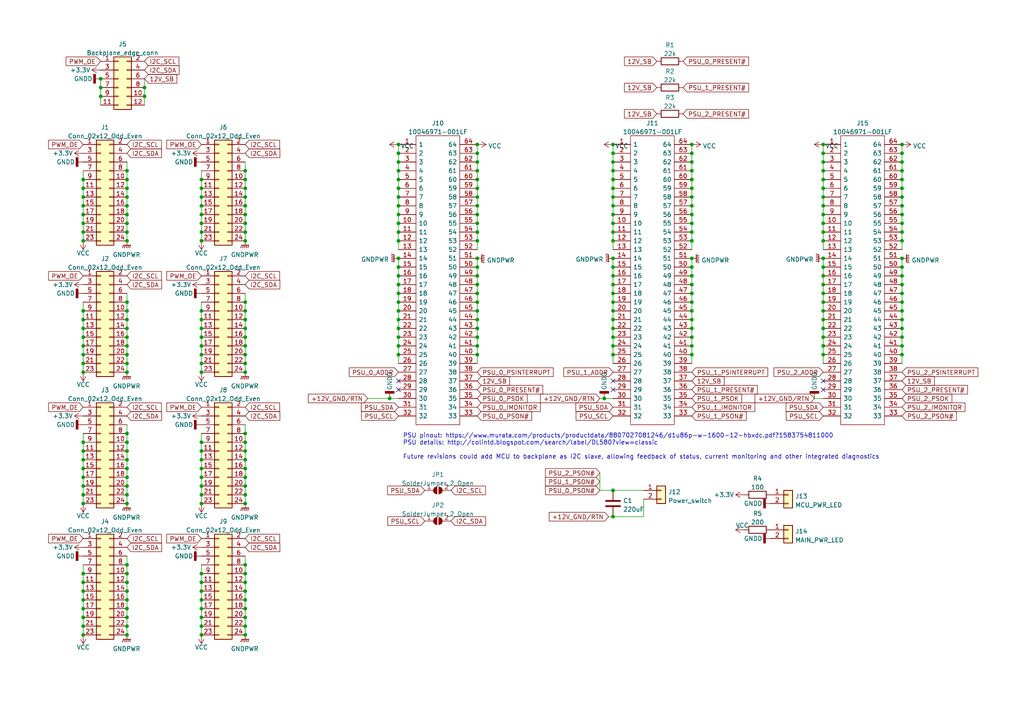
<source format=kicad_sch>
(kicad_sch (version 20211123) (generator eeschema)
  (paper "A4")
  (lib_symbols
    (symbol "Connector_Generic:Conn_01x02" (pin_names (offset 1.016) hide)
      (property "Reference" "J" (at 0 2.54 0))
      (property "Value" "Conn_01x02" (at 0 -5.08 0))
      (symbol "Conn_01x02_1_1"
        (pin passive line (at -5.08 0 0) (length 3.81) (name "Pin_1") (number "1"))
        (pin passive line (at -5.08 -2.54 0) (length 3.81) (name "Pin_2") (number "2"))
      )
    )
    (symbol "Connector_Generic:Conn_02x06_Odd_Even" (pin_names (offset 1.016) hide)
      (property "Reference" "J" (at 1.27 7.62 0))
      (property "Value" "Conn_02x06_Odd_Even" (at 1.27 -10.16 0))
      (symbol "Conn_02x06_Odd_Even_1_1"
        (pin passive line (at -5.08 5.08 0) (length 3.81) (name "Pin_1") (number "1"))
        (pin passive line (at 7.62 -5.08 180) (length 3.81) (name "Pin_10") (number "10"))
        (pin passive line (at -5.08 -7.62 0) (length 3.81) (name "Pin_11") (number "11"))
        (pin passive line (at 7.62 -7.62 180) (length 3.81) (name "Pin_12") (number "12"))
        (pin passive line (at 7.62 5.08 180) (length 3.81) (name "Pin_2") (number "2"))
        (pin passive line (at -5.08 2.54 0) (length 3.81) (name "Pin_3") (number "3"))
        (pin passive line (at 7.62 2.54 180) (length 3.81) (name "Pin_4") (number "4"))
        (pin passive line (at -5.08 0 0) (length 3.81) (name "Pin_5") (number "5"))
        (pin passive line (at 7.62 0 180) (length 3.81) (name "Pin_6") (number "6"))
        (pin passive line (at -5.08 -2.54 0) (length 3.81) (name "Pin_7") (number "7"))
        (pin passive line (at 7.62 -2.54 180) (length 3.81) (name "Pin_8") (number "8"))
        (pin passive line (at -5.08 -5.08 0) (length 3.81) (name "Pin_9") (number "9"))
      )
    )
    (symbol "Connector_Generic:Conn_02x12_Odd_Even" (pin_names (offset 1.016) hide)
      (property "Reference" "J" (at 1.27 15.24 0))
      (property "Value" "Conn_02x12_Odd_Even" (at 1.27 -17.78 0))
      (symbol "Conn_02x12_Odd_Even_1_1"
        (pin passive line (at -5.08 12.7 0) (length 3.81) (name "Pin_1") (number "1"))
        (pin passive line (at 7.62 2.54 180) (length 3.81) (name "Pin_10") (number "10"))
        (pin passive line (at -5.08 0 0) (length 3.81) (name "Pin_11") (number "11"))
        (pin passive line (at 7.62 0 180) (length 3.81) (name "Pin_12") (number "12"))
        (pin passive line (at -5.08 -2.54 0) (length 3.81) (name "Pin_13") (number "13"))
        (pin passive line (at 7.62 -2.54 180) (length 3.81) (name "Pin_14") (number "14"))
        (pin passive line (at -5.08 -5.08 0) (length 3.81) (name "Pin_15") (number "15"))
        (pin passive line (at 7.62 -5.08 180) (length 3.81) (name "Pin_16") (number "16"))
        (pin passive line (at -5.08 -7.62 0) (length 3.81) (name "Pin_17") (number "17"))
        (pin passive line (at 7.62 -7.62 180) (length 3.81) (name "Pin_18") (number "18"))
        (pin passive line (at -5.08 -10.16 0) (length 3.81) (name "Pin_19") (number "19"))
        (pin passive line (at 7.62 12.7 180) (length 3.81) (name "Pin_2") (number "2"))
        (pin passive line (at 7.62 -10.16 180) (length 3.81) (name "Pin_20") (number "20"))
        (pin passive line (at -5.08 -12.7 0) (length 3.81) (name "Pin_21") (number "21"))
        (pin passive line (at 7.62 -12.7 180) (length 3.81) (name "Pin_22") (number "22"))
        (pin passive line (at -5.08 -15.24 0) (length 3.81) (name "Pin_23") (number "23"))
        (pin passive line (at 7.62 -15.24 180) (length 3.81) (name "Pin_24") (number "24"))
        (pin passive line (at -5.08 10.16 0) (length 3.81) (name "Pin_3") (number "3"))
        (pin passive line (at 7.62 10.16 180) (length 3.81) (name "Pin_4") (number "4"))
        (pin passive line (at -5.08 7.62 0) (length 3.81) (name "Pin_5") (number "5"))
        (pin passive line (at 7.62 7.62 180) (length 3.81) (name "Pin_6") (number "6"))
        (pin passive line (at -5.08 5.08 0) (length 3.81) (name "Pin_7") (number "7"))
        (pin passive line (at 7.62 5.08 180) (length 3.81) (name "Pin_8") (number "8"))
        (pin passive line (at -5.08 2.54 0) (length 3.81) (name "Pin_9") (number "9"))
      )
    )
    (symbol "Device:C" (pin_numbers hide) (pin_names (offset 0.254))
      (property "Reference" "C" (at 0.635 2.54 0))
      (property "Value" "C" (at 0.635 -2.54 0))
      (symbol "C_1_1"
        (pin passive line (at 0 3.81 270) (length 2.794) (name "~") (number "1"))
        (pin passive line (at 0 -3.81 90) (length 2.794) (name "~") (number "2"))
      )
    )
    (symbol "Device:R" (pin_numbers hide) (pin_names (offset 0))
      (property "Reference" "R" (at 2.032 0 90))
      (property "Value" "R" (at 0 0 90))
      (symbol "R_1_1"
        (pin passive line (at 0 3.81 270) (length 1.27) (name "~") (number "1"))
        (pin passive line (at 0 -3.81 90) (length 1.27) (name "~") (number "2"))
      )
    )
    (symbol "Jumper:SolderJumper_2_Open" (pin_names (offset 0) hide)
      (property "Reference" "JP" (at 0 2.032 0))
      (property "Value" "SolderJumper_2_Open" (at 0 -2.54 0))
      (symbol "SolderJumper_2_Open_1_1"
        (pin passive line (at -3.81 0 0) (length 2.54) (name "A") (number "1"))
        (pin passive line (at 3.81 0 180) (length 2.54) (name "B") (number "2"))
      )
    )
    (symbol "SamacSys_Parts:10046971-001LF" (pin_names (offset 0.762))
      (property "Reference" "J" (at 19.05 7.62 0))
      (property "Value" "10046971-001LF" (at 19.05 5.08 0))
      (symbol "10046971-001LF_0_0"
        (pin passive line (at 0 0 0) (length 5.08) (name "1") (number "1"))
        (pin passive line (at 0 -22.86 0) (length 5.08) (name "10") (number "10"))
        (pin passive line (at 0 -25.4 0) (length 5.08) (name "11") (number "11"))
        (pin passive line (at 0 -27.94 0) (length 5.08) (name "12") (number "12"))
        (pin passive line (at 0 -30.48 0) (length 5.08) (name "13") (number "13"))
        (pin passive line (at 0 -33.02 0) (length 5.08) (name "14") (number "14"))
        (pin passive line (at 0 -35.56 0) (length 5.08) (name "15") (number "15"))
        (pin passive line (at 0 -38.1 0) (length 5.08) (name "16") (number "16"))
        (pin passive line (at 0 -40.64 0) (length 5.08) (name "17") (number "17"))
        (pin passive line (at 0 -43.18 0) (length 5.08) (name "18") (number "18"))
        (pin passive line (at 0 -45.72 0) (length 5.08) (name "19") (number "19"))
        (pin passive line (at 0 -2.54 0) (length 5.08) (name "2") (number "2"))
        (pin passive line (at 0 -48.26 0) (length 5.08) (name "20") (number "20"))
        (pin passive line (at 0 -50.8 0) (length 5.08) (name "21") (number "21"))
        (pin passive line (at 0 -53.34 0) (length 5.08) (name "22") (number "22"))
        (pin passive line (at 0 -55.88 0) (length 5.08) (name "23") (number "23"))
        (pin passive line (at 0 -58.42 0) (length 5.08) (name "24") (number "24"))
        (pin passive line (at 0 -60.96 0) (length 5.08) (name "25") (number "25"))
        (pin passive line (at 0 -63.5 0) (length 5.08) (name "26") (number "26"))
        (pin passive line (at 0 -66.04 0) (length 5.08) (name "27") (number "27"))
        (pin passive line (at 0 -68.58 0) (length 5.08) (name "28") (number "28"))
        (pin passive line (at 0 -71.12 0) (length 5.08) (name "29") (number "29"))
        (pin passive line (at 0 -5.08 0) (length 5.08) (name "3") (number "3"))
        (pin passive line (at 0 -73.66 0) (length 5.08) (name "30") (number "30"))
        (pin passive line (at 0 -76.2 0) (length 5.08) (name "31") (number "31"))
        (pin passive line (at 0 -78.74 0) (length 5.08) (name "32") (number "32"))
        (pin passive line (at 22.86 -78.74 180) (length 5.08) (name "33") (number "33"))
        (pin passive line (at 22.86 -76.2 180) (length 5.08) (name "34") (number "34"))
        (pin passive line (at 22.86 -73.66 180) (length 5.08) (name "35") (number "35"))
        (pin passive line (at 22.86 -71.12 180) (length 5.08) (name "36") (number "36"))
        (pin passive line (at 22.86 -68.58 180) (length 5.08) (name "37") (number "37"))
        (pin passive line (at 22.86 -66.04 180) (length 5.08) (name "38") (number "38"))
        (pin passive line (at 22.86 -63.5 180) (length 5.08) (name "39") (number "39"))
        (pin passive line (at 0 -7.62 0) (length 5.08) (name "4") (number "4"))
        (pin passive line (at 22.86 -60.96 180) (length 5.08) (name "40") (number "40"))
        (pin passive line (at 22.86 -58.42 180) (length 5.08) (name "41") (number "41"))
        (pin passive line (at 22.86 -55.88 180) (length 5.08) (name "42") (number "42"))
        (pin passive line (at 22.86 -53.34 180) (length 5.08) (name "43") (number "43"))
        (pin passive line (at 22.86 -50.8 180) (length 5.08) (name "44") (number "44"))
        (pin passive line (at 22.86 -48.26 180) (length 5.08) (name "45") (number "45"))
        (pin passive line (at 22.86 -45.72 180) (length 5.08) (name "46") (number "46"))
        (pin passive line (at 22.86 -43.18 180) (length 5.08) (name "47") (number "47"))
        (pin passive line (at 22.86 -40.64 180) (length 5.08) (name "48") (number "48"))
        (pin passive line (at 22.86 -38.1 180) (length 5.08) (name "49") (number "49"))
        (pin passive line (at 0 -10.16 0) (length 5.08) (name "5") (number "5"))
        (pin passive line (at 22.86 -35.56 180) (length 5.08) (name "50") (number "50"))
        (pin passive line (at 22.86 -33.02 180) (length 5.08) (name "51") (number "51"))
        (pin passive line (at 22.86 -30.48 180) (length 5.08) (name "52") (number "52"))
        (pin passive line (at 22.86 -27.94 180) (length 5.08) (name "53") (number "53"))
        (pin passive line (at 22.86 -25.4 180) (length 5.08) (name "54") (number "54"))
        (pin passive line (at 22.86 -22.86 180) (length 5.08) (name "55") (number "55"))
        (pin passive line (at 22.86 -20.32 180) (length 5.08) (name "56") (number "56"))
        (pin passive line (at 22.86 -17.78 180) (length 5.08) (name "57") (number "57"))
        (pin passive line (at 22.86 -15.24 180) (length 5.08) (name "58") (number "58"))
        (pin passive line (at 22.86 -12.7 180) (length 5.08) (name "59") (number "59"))
        (pin passive line (at 0 -12.7 0) (length 5.08) (name "6") (number "6"))
        (pin passive line (at 22.86 -10.16 180) (length 5.08) (name "60") (number "60"))
        (pin passive line (at 22.86 -7.62 180) (length 5.08) (name "61") (number "61"))
        (pin passive line (at 22.86 -5.08 180) (length 5.08) (name "62") (number "62"))
        (pin passive line (at 22.86 -2.54 180) (length 5.08) (name "63") (number "63"))
        (pin passive line (at 22.86 0 180) (length 5.08) (name "64") (number "64"))
        (pin passive line (at 0 -15.24 0) (length 5.08) (name "7") (number "7"))
        (pin passive line (at 0 -17.78 0) (length 5.08) (name "8") (number "8"))
        (pin passive line (at 0 -20.32 0) (length 5.08) (name "9") (number "9"))
      )
    )
    (symbol "power:+3.3V" (power) (pin_names (offset 0))
      (property "Value" "+3.3V" (at 0 3.556 0))
      (symbol "+3.3V_1_1"
        (pin power_in line (at 0 0 90) (length 0) hide (name "+3.3V") (number "1"))
      )
    )
    (symbol "power:GNDD" (power) (pin_names (offset 0))
      (property "Value" "GNDD" (at 0 -3.175 0))
      (symbol "GNDD_1_1"
        (pin power_in line (at 0 0 270) (length 0) hide (name "GNDD") (number "1"))
      )
    )
    (symbol "power:GNDPWR" (power) (pin_names (offset 0))
      (property "Value" "GNDPWR" (at 0 -3.302 0))
      (symbol "GNDPWR_1_1"
        (pin power_in line (at 0 0 270) (length 0) hide (name "GNDPWR") (number "1"))
      )
    )
    (symbol "power:VCC" (power) (pin_names (offset 0))
      (property "Value" "VCC" (at 0 3.81 0))
      (symbol "VCC_1_1"
        (pin power_in line (at 0 0 90) (length 0) hide (name "VCC") (number "1"))
      )
    )
  )
  (junction (at 261.62 74.93))
  (junction (at 36.83 163.83))
  (junction (at 24.13 62.23))
  (junction (at 238.76 80.01))
  (junction (at 261.62 102.87))
  (junction (at 24.13 67.31))
  (junction (at 138.43 52.07))
  (junction (at 58.42 59.69))
  (junction (at 24.13 59.69))
  (junction (at 24.13 140.97))
  (junction (at 24.13 135.89))
  (junction (at 58.42 128.27))
  (junction (at 71.12 125.73))
  (junction (at 58.42 107.95))
  (junction (at 58.42 173.99))
  (junction (at 177.8 95.25))
  (junction (at 58.42 100.33))
  (junction (at 138.43 100.33))
  (junction (at 58.42 90.17))
  (junction (at 71.12 69.85))
  (junction (at 238.76 64.77))
  (junction (at 261.62 54.61))
  (junction (at 138.43 82.55))
  (junction (at 261.62 90.17))
  (junction (at 177.8 52.07))
  (junction (at 36.83 57.15))
  (junction (at 200.66 52.07))
  (junction (at 58.42 67.31))
  (junction (at 238.76 49.53))
  (junction (at 138.43 92.71))
  (junction (at 138.43 90.17))
  (junction (at 36.83 128.27))
  (junction (at 58.42 143.51))
  (junction (at 29.21 27.94))
  (junction (at 115.57 52.07))
  (junction (at 36.83 184.15))
  (junction (at 200.66 92.71))
  (junction (at 36.83 87.63))
  (junction (at 261.62 41.91))
  (junction (at 238.76 74.93))
  (junction (at 177.8 49.53))
  (junction (at 115.57 49.53))
  (junction (at 24.13 90.17))
  (junction (at 115.57 62.23))
  (junction (at 36.83 107.95))
  (junction (at 24.13 107.95))
  (junction (at 58.42 102.87))
  (junction (at 238.76 41.91))
  (junction (at 177.8 102.87))
  (junction (at 238.76 97.79))
  (junction (at 71.12 140.97))
  (junction (at 71.12 166.37))
  (junction (at 200.66 100.33))
  (junction (at 238.76 69.85))
  (junction (at 71.12 57.15))
  (junction (at 58.42 95.25))
  (junction (at 261.62 44.45))
  (junction (at 200.66 97.79))
  (junction (at 36.83 100.33))
  (junction (at 177.8 90.17))
  (junction (at 71.12 133.35))
  (junction (at 24.13 69.85))
  (junction (at 238.76 102.87))
  (junction (at 261.62 92.71))
  (junction (at 24.13 128.27))
  (junction (at 261.62 69.85))
  (junction (at 58.42 140.97))
  (junction (at 238.76 95.25))
  (junction (at 24.13 54.61))
  (junction (at 71.12 135.89))
  (junction (at 115.57 74.93))
  (junction (at 238.76 100.33))
  (junction (at 71.12 97.79))
  (junction (at 71.12 179.07))
  (junction (at 36.83 64.77))
  (junction (at 24.13 171.45))
  (junction (at 71.12 171.45))
  (junction (at 71.12 90.17))
  (junction (at 71.12 67.31))
  (junction (at 200.66 49.53))
  (junction (at 24.13 166.37))
  (junction (at 36.83 69.85))
  (junction (at 71.12 181.61))
  (junction (at 36.83 90.17))
  (junction (at 138.43 74.93))
  (junction (at 138.43 59.69))
  (junction (at 71.12 59.69))
  (junction (at 24.13 133.35))
  (junction (at 71.12 52.07))
  (junction (at 200.66 59.69))
  (junction (at 71.12 62.23))
  (junction (at 24.13 138.43))
  (junction (at 58.42 97.79))
  (junction (at 71.12 184.15))
  (junction (at 238.76 54.61))
  (junction (at 200.66 67.31))
  (junction (at 115.57 100.33))
  (junction (at 138.43 95.25))
  (junction (at 200.66 95.25))
  (junction (at 71.12 146.05))
  (junction (at 41.91 25.4))
  (junction (at 138.43 87.63))
  (junction (at 24.13 100.33))
  (junction (at 200.66 82.55))
  (junction (at 36.83 143.51))
  (junction (at 177.8 62.23))
  (junction (at 36.83 130.81))
  (junction (at 238.76 57.15))
  (junction (at 58.42 146.05))
  (junction (at 71.12 138.43))
  (junction (at 238.76 90.17))
  (junction (at 36.83 54.61))
  (junction (at 71.12 100.33))
  (junction (at 115.57 87.63))
  (junction (at 71.12 173.99))
  (junction (at 261.62 82.55))
  (junction (at 58.42 184.15))
  (junction (at 200.66 54.61))
  (junction (at 24.13 176.53))
  (junction (at 138.43 62.23))
  (junction (at 58.42 138.43))
  (junction (at 261.62 87.63))
  (junction (at 58.42 171.45))
  (junction (at 177.8 46.99))
  (junction (at 238.76 85.09))
  (junction (at 36.83 92.71))
  (junction (at 58.42 133.35))
  (junction (at 115.57 46.99))
  (junction (at 177.8 92.71))
  (junction (at 138.43 49.53))
  (junction (at 24.13 179.07))
  (junction (at 177.8 41.91))
  (junction (at 71.12 102.87))
  (junction (at 36.83 59.69))
  (junction (at 24.13 52.07))
  (junction (at 200.66 57.15))
  (junction (at 238.76 82.55))
  (junction (at 138.43 57.15))
  (junction (at 71.12 105.41))
  (junction (at 24.13 57.15))
  (junction (at 36.83 140.97))
  (junction (at 36.83 105.41))
  (junction (at 24.13 130.81))
  (junction (at 71.12 176.53))
  (junction (at 238.76 92.71))
  (junction (at 177.8 67.31))
  (junction (at 177.8 87.63))
  (junction (at 177.8 54.61))
  (junction (at 238.76 59.69))
  (junction (at 71.12 143.51))
  (junction (at 58.42 64.77))
  (junction (at 71.12 49.53))
  (junction (at 24.13 184.15))
  (junction (at 177.8 69.85))
  (junction (at 261.62 67.31))
  (junction (at 200.66 64.77))
  (junction (at 200.66 102.87))
  (junction (at 36.83 171.45))
  (junction (at 238.76 46.99))
  (junction (at 138.43 80.01))
  (junction (at 36.83 146.05))
  (junction (at 36.83 176.53))
  (junction (at 138.43 64.77))
  (junction (at 58.42 130.81))
  (junction (at 36.83 181.61))
  (junction (at 177.8 142.24))
  (junction (at 36.83 95.25))
  (junction (at 177.8 82.55))
  (junction (at 138.43 85.09))
  (junction (at 177.8 100.33))
  (junction (at 261.62 85.09))
  (junction (at 200.66 62.23))
  (junction (at 261.62 52.07))
  (junction (at 138.43 97.79))
  (junction (at 71.12 163.83))
  (junction (at 115.57 90.17))
  (junction (at 58.42 52.07))
  (junction (at 177.8 85.09))
  (junction (at 261.62 57.15))
  (junction (at 200.66 46.99))
  (junction (at 71.12 64.77))
  (junction (at 58.42 54.61))
  (junction (at 58.42 181.61))
  (junction (at 36.83 97.79))
  (junction (at 238.76 62.23))
  (junction (at 115.57 59.69))
  (junction (at 29.21 25.4))
  (junction (at 24.13 97.79))
  (junction (at 36.83 125.73))
  (junction (at 115.57 67.31))
  (junction (at 58.42 62.23))
  (junction (at 177.8 97.79))
  (junction (at 177.8 59.69))
  (junction (at 261.62 100.33))
  (junction (at 138.43 69.85))
  (junction (at 36.83 138.43))
  (junction (at 71.12 87.63))
  (junction (at 115.57 64.77))
  (junction (at 177.8 74.93))
  (junction (at 115.57 44.45))
  (junction (at 36.83 166.37))
  (junction (at 115.57 97.79))
  (junction (at 71.12 92.71))
  (junction (at 238.76 52.07))
  (junction (at 200.66 90.17))
  (junction (at 238.76 87.63))
  (junction (at 200.66 85.09))
  (junction (at 115.57 54.61))
  (junction (at 71.12 168.91))
  (junction (at 138.43 54.61))
  (junction (at 58.42 166.37))
  (junction (at 115.57 80.01))
  (junction (at 261.62 97.79))
  (junction (at 115.57 57.15))
  (junction (at 24.13 146.05))
  (junction (at 177.8 77.47))
  (junction (at 261.62 59.69))
  (junction (at 24.13 181.61))
  (junction (at 36.83 135.89))
  (junction (at 113.03 115.57))
  (junction (at 58.42 57.15))
  (junction (at 238.76 44.45))
  (junction (at 71.12 95.25))
  (junction (at 36.83 102.87))
  (junction (at 71.12 54.61))
  (junction (at 261.62 95.25))
  (junction (at 115.57 92.71))
  (junction (at 24.13 64.77))
  (junction (at 138.43 41.91))
  (junction (at 24.13 92.71))
  (junction (at 261.62 80.01))
  (junction (at 58.42 105.41))
  (junction (at 138.43 44.45))
  (junction (at 261.62 49.53))
  (junction (at 24.13 102.87))
  (junction (at 24.13 173.99))
  (junction (at 200.66 74.93))
  (junction (at 200.66 80.01))
  (junction (at 41.91 27.94))
  (junction (at 58.42 69.85))
  (junction (at 71.12 128.27))
  (junction (at 261.62 46.99))
  (junction (at 138.43 77.47))
  (junction (at 261.62 62.23))
  (junction (at 36.83 168.91))
  (junction (at 36.83 173.99))
  (junction (at 261.62 64.77))
  (junction (at 200.66 44.45))
  (junction (at 24.13 105.41))
  (junction (at 24.13 95.25))
  (junction (at 58.42 135.89))
  (junction (at 200.66 87.63))
  (junction (at 36.83 62.23))
  (junction (at 175.26 115.57))
  (junction (at 115.57 41.91))
  (junction (at 115.57 95.25))
  (junction (at 138.43 67.31))
  (junction (at 200.66 41.91))
  (junction (at 177.8 64.77))
  (junction (at 115.57 69.85))
  (junction (at 58.42 179.07))
  (junction (at 29.21 22.86))
  (junction (at 24.13 168.91))
  (junction (at 115.57 82.55))
  (junction (at 200.66 77.47))
  (junction (at 115.57 85.09))
  (junction (at 238.76 67.31))
  (junction (at 177.8 149.86))
  (junction (at 115.57 77.47))
  (junction (at 36.83 67.31))
  (junction (at 71.12 130.81))
  (junction (at 177.8 44.45))
  (junction (at 36.83 52.07))
  (junction (at 177.8 80.01))
  (junction (at 24.13 143.51))
  (junction (at 177.8 57.15))
  (junction (at 138.43 46.99))
  (junction (at 58.42 176.53))
  (junction (at 261.62 77.47))
  (junction (at 58.42 92.71))
  (junction (at 71.12 107.95))
  (junction (at 36.83 179.07))
  (junction (at 238.76 77.47))
  (junction (at 200.66 69.85))
  (junction (at 115.57 102.87))
  (junction (at 36.83 49.53))
  (junction (at 138.43 102.87))
  (junction (at 58.42 168.91))
  (junction (at 36.83 133.35))
  (no_connect (at 238.76 110.49))
  (no_connect (at 115.57 110.49))
  (no_connect (at 115.57 113.03))
  (no_connect (at 177.8 110.49))
  (no_connect (at 238.76 113.03))
  (no_connect (at 177.8 113.03))
  (wire (pts (xy 261.62 54.61) (xy 261.62 57.15)))
  (wire (pts (xy 177.8 95.25) (xy 177.8 97.79)))
  (wire (pts (xy 36.83 138.43) (xy 36.83 140.97)))
  (wire (pts (xy 71.12 59.69) (xy 71.12 62.23)))
  (wire (pts (xy 24.13 54.61) (xy 24.13 57.15)))
  (wire (pts (xy 177.8 54.61) (xy 177.8 57.15)))
  (wire (pts (xy 173.99 137.16) (xy 173.99 142.24)))
  (wire (pts (xy 36.83 64.77) (xy 36.83 67.31)))
  (wire (pts (xy 138.43 90.17) (xy 138.43 92.71)))
  (wire (pts (xy 58.42 64.77) (xy 58.42 67.31)))
  (wire (pts (xy 115.57 82.55) (xy 115.57 85.09)))
  (wire (pts (xy 71.12 57.15) (xy 71.12 59.69)))
  (wire (pts (xy 177.8 142.24) (xy 186.69 142.24)))
  (wire (pts (xy 261.62 95.25) (xy 261.62 97.79)))
  (wire (pts (xy 29.21 25.4) (xy 29.21 27.94)))
  (wire (pts (xy 177.8 97.79) (xy 177.8 100.33)))
  (wire (pts (xy 238.76 82.55) (xy 238.76 85.09)))
  (wire (pts (xy 58.42 87.63) (xy 58.42 90.17)))
  (wire (pts (xy 58.42 90.17) (xy 58.42 92.71)))
  (wire (pts (xy 261.62 67.31) (xy 261.62 69.85)))
  (wire (pts (xy 36.83 125.73) (xy 36.83 128.27)))
  (wire (pts (xy 261.62 102.87) (xy 261.62 105.41)))
  (wire (pts (xy 261.62 44.45) (xy 261.62 46.99)))
  (wire (pts (xy 200.66 90.17) (xy 200.66 92.71)))
  (wire (pts (xy 24.13 166.37) (xy 24.13 168.91)))
  (wire (pts (xy 200.66 87.63) (xy 200.66 90.17)))
  (wire (pts (xy 58.42 179.07) (xy 58.42 181.61)))
  (wire (pts (xy 261.62 62.23) (xy 261.62 64.77)))
  (wire (pts (xy 238.76 57.15) (xy 238.76 59.69)))
  (wire (pts (xy 58.42 130.81) (xy 58.42 133.35)))
  (wire (pts (xy 36.83 102.87) (xy 36.83 105.41)))
  (wire (pts (xy 261.62 74.93) (xy 261.62 77.47)))
  (wire (pts (xy 261.62 90.17) (xy 261.62 92.71)))
  (wire (pts (xy 36.83 100.33) (xy 36.83 102.87)))
  (wire (pts (xy 106.68 115.57) (xy 113.03 115.57)))
  (wire (pts (xy 177.8 74.93) (xy 177.8 77.47)))
  (wire (pts (xy 36.83 143.51) (xy 36.83 146.05)))
  (wire (pts (xy 24.13 87.63) (xy 24.13 90.17)))
  (wire (pts (xy 261.62 87.63) (xy 261.62 90.17)))
  (wire (pts (xy 138.43 41.91) (xy 138.43 44.45)))
  (wire (pts (xy 71.12 67.31) (xy 71.12 69.85)))
  (wire (pts (xy 36.83 97.79) (xy 36.83 100.33)))
  (wire (pts (xy 138.43 44.45) (xy 138.43 46.99)))
  (wire (pts (xy 200.66 54.61) (xy 200.66 57.15)))
  (wire (pts (xy 238.76 52.07) (xy 238.76 54.61)))
  (wire (pts (xy 24.13 163.83) (xy 24.13 166.37)))
  (wire (pts (xy 177.8 149.86) (xy 176.53 149.86)))
  (wire (pts (xy 261.62 85.09) (xy 261.62 87.63)))
  (wire (pts (xy 138.43 46.99) (xy 138.43 49.53)))
  (wire (pts (xy 238.76 59.69) (xy 238.76 62.23)))
  (wire (pts (xy 200.66 77.47) (xy 200.66 80.01)))
  (wire (pts (xy 173.99 115.57) (xy 175.26 115.57)))
  (wire (pts (xy 71.12 143.51) (xy 71.12 146.05)))
  (wire (pts (xy 115.57 100.33) (xy 115.57 102.87)))
  (wire (pts (xy 177.8 90.17) (xy 177.8 92.71)))
  (wire (pts (xy 36.83 135.89) (xy 36.83 138.43)))
  (wire (pts (xy 41.91 25.4) (xy 41.91 27.94)))
  (wire (pts (xy 200.66 64.77) (xy 200.66 67.31)))
  (wire (pts (xy 261.62 59.69) (xy 261.62 62.23)))
  (wire (pts (xy 115.57 74.93) (xy 115.57 77.47)))
  (wire (pts (xy 36.83 176.53) (xy 36.83 179.07)))
  (wire (pts (xy 177.8 87.63) (xy 177.8 90.17)))
  (wire (pts (xy 58.42 59.69) (xy 58.42 62.23)))
  (wire (pts (xy 200.66 46.99) (xy 200.66 49.53)))
  (wire (pts (xy 200.66 92.71) (xy 200.66 95.25)))
  (wire (pts (xy 238.76 87.63) (xy 238.76 90.17)))
  (wire (pts (xy 238.76 46.99) (xy 238.76 49.53)))
  (wire (pts (xy 177.8 77.47) (xy 177.8 80.01)))
  (wire (pts (xy 36.83 85.09) (xy 36.83 87.63)))
  (wire (pts (xy 36.83 161.29) (xy 36.83 163.83)))
  (wire (pts (xy 71.12 85.09) (xy 71.12 87.63)))
  (wire (pts (xy 24.13 59.69) (xy 24.13 62.23)))
  (wire (pts (xy 115.57 46.99) (xy 115.57 49.53)))
  (wire (pts (xy 261.62 57.15) (xy 261.62 59.69)))
  (wire (pts (xy 200.66 102.87) (xy 200.66 105.41)))
  (wire (pts (xy 58.42 140.97) (xy 58.42 143.51)))
  (wire (pts (xy 41.91 27.94) (xy 41.91 30.48)))
  (wire (pts (xy 238.76 90.17) (xy 238.76 92.71)))
  (wire (pts (xy 177.8 64.77) (xy 177.8 67.31)))
  (wire (pts (xy 71.12 166.37) (xy 71.12 168.91)))
  (wire (pts (xy 138.43 69.85) (xy 138.43 72.39)))
  (wire (pts (xy 138.43 54.61) (xy 138.43 57.15)))
  (wire (pts (xy 58.42 67.31) (xy 58.42 69.85)))
  (wire (pts (xy 58.42 138.43) (xy 58.42 140.97)))
  (wire (pts (xy 24.13 140.97) (xy 24.13 143.51)))
  (wire (pts (xy 238.76 54.61) (xy 238.76 57.15)))
  (wire (pts (xy 24.13 130.81) (xy 24.13 133.35)))
  (wire (pts (xy 177.8 62.23) (xy 177.8 64.77)))
  (wire (pts (xy 115.57 64.77) (xy 115.57 67.31)))
  (wire (pts (xy 238.76 97.79) (xy 238.76 100.33)))
  (wire (pts (xy 36.83 130.81) (xy 36.83 133.35)))
  (wire (pts (xy 261.62 82.55) (xy 261.62 85.09)))
  (wire (pts (xy 58.42 128.27) (xy 58.42 130.81)))
  (wire (pts (xy 71.12 92.71) (xy 71.12 95.25)))
  (wire (pts (xy 200.66 41.91) (xy 200.66 44.45)))
  (wire (pts (xy 24.13 105.41) (xy 24.13 107.95)))
  (wire (pts (xy 58.42 62.23) (xy 58.42 64.77)))
  (wire (pts (xy 261.62 69.85) (xy 261.62 72.39)))
  (wire (pts (xy 177.8 46.99) (xy 177.8 49.53)))
  (wire (pts (xy 24.13 62.23) (xy 24.13 64.77)))
  (wire (pts (xy 71.12 179.07) (xy 71.12 181.61)))
  (wire (pts (xy 138.43 64.77) (xy 138.43 67.31)))
  (wire (pts (xy 36.83 128.27) (xy 36.83 130.81)))
  (wire (pts (xy 71.12 161.29) (xy 71.12 163.83)))
  (wire (pts (xy 71.12 52.07) (xy 71.12 54.61)))
  (wire (pts (xy 71.12 123.19) (xy 71.12 125.73)))
  (wire (pts (xy 71.12 102.87) (xy 71.12 105.41)))
  (wire (pts (xy 58.42 92.71) (xy 58.42 95.25)))
  (wire (pts (xy 36.83 133.35) (xy 36.83 135.89)))
  (wire (pts (xy 58.42 105.41) (xy 58.42 107.95)))
  (wire (pts (xy 71.12 171.45) (xy 71.12 173.99)))
  (wire (pts (xy 177.8 100.33) (xy 177.8 102.87)))
  (wire (pts (xy 36.83 166.37) (xy 36.83 168.91)))
  (wire (pts (xy 115.57 102.87) (xy 115.57 105.41)))
  (wire (pts (xy 138.43 49.53) (xy 138.43 52.07)))
  (wire (pts (xy 58.42 133.35) (xy 58.42 135.89)))
  (wire (pts (xy 261.62 64.77) (xy 261.62 67.31)))
  (wire (pts (xy 138.43 80.01) (xy 138.43 82.55)))
  (wire (pts (xy 177.8 59.69) (xy 177.8 62.23)))
  (wire (pts (xy 58.42 181.61) (xy 58.42 184.15)))
  (wire (pts (xy 115.57 67.31) (xy 115.57 69.85)))
  (wire (pts (xy 24.13 173.99) (xy 24.13 176.53)))
  (wire (pts (xy 115.57 41.91) (xy 115.57 44.45)))
  (wire (pts (xy 200.66 80.01) (xy 200.66 82.55)))
  (wire (pts (xy 238.76 62.23) (xy 238.76 64.77)))
  (wire (pts (xy 238.76 64.77) (xy 238.76 67.31)))
  (wire (pts (xy 71.12 90.17) (xy 71.12 92.71)))
  (wire (pts (xy 177.8 85.09) (xy 177.8 87.63)))
  (wire (pts (xy 58.42 125.73) (xy 58.42 128.27)))
  (wire (pts (xy 115.57 90.17) (xy 115.57 92.71)))
  (wire (pts (xy 261.62 46.99) (xy 261.62 49.53)))
  (wire (pts (xy 177.8 80.01) (xy 177.8 82.55)))
  (wire (pts (xy 24.13 92.71) (xy 24.13 95.25)))
  (wire (pts (xy 138.43 77.47) (xy 138.43 80.01)))
  (wire (pts (xy 138.43 59.69) (xy 138.43 62.23)))
  (wire (pts (xy 115.57 57.15) (xy 115.57 59.69)))
  (wire (pts (xy 200.66 67.31) (xy 200.66 69.85)))
  (wire (pts (xy 71.12 168.91) (xy 71.12 171.45)))
  (wire (pts (xy 261.62 41.91) (xy 261.62 44.45)))
  (wire (pts (xy 24.13 179.07) (xy 24.13 181.61)))
  (wire (pts (xy 200.66 62.23) (xy 200.66 64.77)))
  (wire (pts (xy 200.66 85.09) (xy 200.66 87.63)))
  (wire (pts (xy 115.57 95.25) (xy 115.57 97.79)))
  (wire (pts (xy 138.43 92.71) (xy 138.43 95.25)))
  (wire (pts (xy 24.13 67.31) (xy 24.13 69.85)))
  (wire (pts (xy 115.57 49.53) (xy 115.57 52.07)))
  (wire (pts (xy 115.57 87.63) (xy 115.57 90.17)))
  (wire (pts (xy 36.83 87.63) (xy 36.83 90.17)))
  (wire (pts (xy 238.76 74.93) (xy 238.76 77.47)))
  (wire (pts (xy 173.99 142.24) (xy 177.8 142.24)))
  (wire (pts (xy 71.12 100.33) (xy 71.12 102.87)))
  (wire (pts (xy 115.57 85.09) (xy 115.57 87.63)))
  (wire (pts (xy 58.42 176.53) (xy 58.42 179.07)))
  (wire (pts (xy 200.66 59.69) (xy 200.66 62.23)))
  (wire (pts (xy 24.13 171.45) (xy 24.13 173.99)))
  (wire (pts (xy 58.42 143.51) (xy 58.42 146.05)))
  (wire (pts (xy 138.43 57.15) (xy 138.43 59.69)))
  (wire (pts (xy 24.13 135.89) (xy 24.13 138.43)))
  (wire (pts (xy 138.43 52.07) (xy 138.43 54.61)))
  (wire (pts (xy 177.8 57.15) (xy 177.8 59.69)))
  (wire (pts (xy 115.57 52.07) (xy 115.57 54.61)))
  (wire (pts (xy 24.13 90.17) (xy 24.13 92.71)))
  (wire (pts (xy 36.83 123.19) (xy 36.83 125.73)))
  (wire (pts (xy 36.83 168.91) (xy 36.83 171.45)))
  (wire (pts (xy 36.83 171.45) (xy 36.83 173.99)))
  (wire (pts (xy 24.13 52.07) (xy 24.13 54.61)))
  (wire (pts (xy 261.62 100.33) (xy 261.62 102.87)))
  (wire (pts (xy 115.57 80.01) (xy 115.57 82.55)))
  (wire (pts (xy 58.42 49.53) (xy 58.42 52.07)))
  (wire (pts (xy 71.12 62.23) (xy 71.12 64.77)))
  (wire (pts (xy 29.21 22.86) (xy 29.21 25.4)))
  (wire (pts (xy 58.42 54.61) (xy 58.42 57.15)))
  (wire (pts (xy 71.12 163.83) (xy 71.12 166.37)))
  (wire (pts (xy 200.66 49.53) (xy 200.66 52.07)))
  (wire (pts (xy 115.57 59.69) (xy 115.57 62.23)))
  (wire (pts (xy 24.13 57.15) (xy 24.13 59.69)))
  (wire (pts (xy 58.42 52.07) (xy 58.42 54.61)))
  (wire (pts (xy 71.12 138.43) (xy 71.12 140.97)))
  (wire (pts (xy 58.42 171.45) (xy 58.42 173.99)))
  (wire (pts (xy 138.43 82.55) (xy 138.43 85.09)))
  (wire (pts (xy 138.43 97.79) (xy 138.43 100.33)))
  (wire (pts (xy 24.13 143.51) (xy 24.13 146.05)))
  (wire (pts (xy 29.21 27.94) (xy 29.21 30.48)))
  (wire (pts (xy 71.12 49.53) (xy 71.12 52.07)))
  (wire (pts (xy 186.69 144.78) (xy 186.69 149.86)))
  (wire (pts (xy 36.83 49.53) (xy 36.83 52.07)))
  (wire (pts (xy 238.76 85.09) (xy 238.76 87.63)))
  (wire (pts (xy 261.62 52.07) (xy 261.62 54.61)))
  (wire (pts (xy 24.13 125.73) (xy 24.13 128.27)))
  (wire (pts (xy 200.66 82.55) (xy 200.66 85.09)))
  (wire (pts (xy 36.83 57.15) (xy 36.83 59.69)))
  (wire (pts (xy 58.42 102.87) (xy 58.42 105.41)))
  (wire (pts (xy 261.62 97.79) (xy 261.62 100.33)))
  (wire (pts (xy 138.43 95.25) (xy 138.43 97.79)))
  (wire (pts (xy 238.76 92.71) (xy 238.76 95.25)))
  (wire (pts (xy 238.76 44.45) (xy 238.76 46.99)))
  (wire (pts (xy 200.66 44.45) (xy 200.66 46.99)))
  (wire (pts (xy 24.13 64.77) (xy 24.13 67.31)))
  (wire (pts (xy 236.22 115.57) (xy 238.76 115.57)))
  (wire (pts (xy 36.83 46.99) (xy 36.83 49.53)))
  (wire (pts (xy 24.13 181.61) (xy 24.13 184.15)))
  (wire (pts (xy 138.43 85.09) (xy 138.43 87.63)))
  (wire (pts (xy 261.62 77.47) (xy 261.62 80.01)))
  (wire (pts (xy 58.42 95.25) (xy 58.42 97.79)))
  (wire (pts (xy 58.42 97.79) (xy 58.42 100.33)))
  (wire (pts (xy 58.42 163.83) (xy 58.42 166.37)))
  (wire (pts (xy 36.83 52.07) (xy 36.83 54.61)))
  (wire (pts (xy 71.12 181.61) (xy 71.12 184.15)))
  (wire (pts (xy 71.12 105.41) (xy 71.12 107.95)))
  (wire (pts (xy 115.57 54.61) (xy 115.57 57.15)))
  (wire (pts (xy 261.62 92.71) (xy 261.62 95.25)))
  (wire (pts (xy 36.83 62.23) (xy 36.83 64.77)))
  (wire (pts (xy 138.43 87.63) (xy 138.43 90.17)))
  (wire (pts (xy 36.83 179.07) (xy 36.83 181.61)))
  (wire (pts (xy 36.83 90.17) (xy 36.83 92.71)))
  (wire (pts (xy 71.12 97.79) (xy 71.12 100.33)))
  (wire (pts (xy 58.42 166.37) (xy 58.42 168.91)))
  (wire (pts (xy 24.13 176.53) (xy 24.13 179.07)))
  (wire (pts (xy 113.03 115.57) (xy 115.57 115.57)))
  (wire (pts (xy 238.76 100.33) (xy 238.76 102.87)))
  (wire (pts (xy 238.76 80.01) (xy 238.76 82.55)))
  (wire (pts (xy 58.42 173.99) (xy 58.42 176.53)))
  (wire (pts (xy 261.62 49.53) (xy 261.62 52.07)))
  (wire (pts (xy 71.12 140.97) (xy 71.12 143.51)))
  (wire (pts (xy 24.13 133.35) (xy 24.13 135.89)))
  (wire (pts (xy 138.43 100.33) (xy 138.43 102.87)))
  (wire (pts (xy 24.13 100.33) (xy 24.13 102.87)))
  (wire (pts (xy 177.8 52.07) (xy 177.8 54.61)))
  (wire (pts (xy 71.12 95.25) (xy 71.12 97.79)))
  (wire (pts (xy 36.83 163.83) (xy 36.83 166.37)))
  (wire (pts (xy 238.76 41.91) (xy 238.76 44.45)))
  (wire (pts (xy 177.8 69.85) (xy 177.8 72.39)))
  (wire (pts (xy 115.57 62.23) (xy 115.57 64.77)))
  (wire (pts (xy 175.26 115.57) (xy 177.8 115.57)))
  (wire (pts (xy 177.8 41.91) (xy 177.8 44.45)))
  (wire (pts (xy 36.83 59.69) (xy 36.83 62.23)))
  (wire (pts (xy 71.12 87.63) (xy 71.12 90.17)))
  (wire (pts (xy 58.42 168.91) (xy 58.42 171.45)))
  (wire (pts (xy 36.83 92.71) (xy 36.83 95.25)))
  (wire (pts (xy 36.83 95.25) (xy 36.83 97.79)))
  (wire (pts (xy 36.83 181.61) (xy 36.83 184.15)))
  (wire (pts (xy 238.76 69.85) (xy 238.76 72.39)))
  (wire (pts (xy 138.43 102.87) (xy 138.43 105.41)))
  (wire (pts (xy 177.8 92.71) (xy 177.8 95.25)))
  (wire (pts (xy 200.66 57.15) (xy 200.66 59.69)))
  (wire (pts (xy 71.12 125.73) (xy 71.12 128.27)))
  (wire (pts (xy 177.8 44.45) (xy 177.8 46.99)))
  (wire (pts (xy 177.8 49.53) (xy 177.8 52.07)))
  (wire (pts (xy 36.83 54.61) (xy 36.83 57.15)))
  (wire (pts (xy 238.76 77.47) (xy 238.76 80.01)))
  (wire (pts (xy 200.66 69.85) (xy 200.66 72.39)))
  (wire (pts (xy 115.57 69.85) (xy 115.57 72.39)))
  (wire (pts (xy 138.43 74.93) (xy 138.43 77.47)))
  (wire (pts (xy 71.12 128.27) (xy 71.12 130.81)))
  (wire (pts (xy 177.8 149.86) (xy 186.69 149.86)))
  (wire (pts (xy 200.66 95.25) (xy 200.66 97.79)))
  (wire (pts (xy 200.66 97.79) (xy 200.66 100.33)))
  (wire (pts (xy 71.12 173.99) (xy 71.12 176.53)))
  (wire (pts (xy 58.42 135.89) (xy 58.42 138.43)))
  (wire (pts (xy 36.83 67.31) (xy 36.83 69.85)))
  (wire (pts (xy 71.12 64.77) (xy 71.12 67.31)))
  (wire (pts (xy 58.42 100.33) (xy 58.42 102.87)))
  (wire (pts (xy 138.43 67.31) (xy 138.43 69.85)))
  (wire (pts (xy 238.76 95.25) (xy 238.76 97.79)))
  (wire (pts (xy 24.13 102.87) (xy 24.13 105.41)))
  (wire (pts (xy 238.76 67.31) (xy 238.76 69.85)))
  (wire (pts (xy 238.76 102.87) (xy 238.76 105.41)))
  (wire (pts (xy 24.13 97.79) (xy 24.13 100.33)))
  (wire (pts (xy 71.12 46.99) (xy 71.12 49.53)))
  (wire (pts (xy 36.83 140.97) (xy 36.83 143.51)))
  (wire (pts (xy 138.43 62.23) (xy 138.43 64.77)))
  (wire (pts (xy 24.13 95.25) (xy 24.13 97.79)))
  (wire (pts (xy 115.57 77.47) (xy 115.57 80.01)))
  (wire (pts (xy 261.62 80.01) (xy 261.62 82.55)))
  (wire (pts (xy 71.12 130.81) (xy 71.12 133.35)))
  (wire (pts (xy 58.42 57.15) (xy 58.42 59.69)))
  (wire (pts (xy 71.12 54.61) (xy 71.12 57.15)))
  (wire (pts (xy 115.57 97.79) (xy 115.57 100.33)))
  (wire (pts (xy 24.13 128.27) (xy 24.13 130.81)))
  (wire (pts (xy 71.12 135.89) (xy 71.12 138.43)))
  (wire (pts (xy 41.91 22.86) (xy 41.91 25.4)))
  (wire (pts (xy 36.83 173.99) (xy 36.83 176.53)))
  (wire (pts (xy 115.57 92.71) (xy 115.57 95.25)))
  (wire (pts (xy 24.13 49.53) (xy 24.13 52.07)))
  (wire (pts (xy 71.12 176.53) (xy 71.12 179.07)))
  (wire (pts (xy 71.12 133.35) (xy 71.12 135.89)))
  (wire (pts (xy 115.57 44.45) (xy 115.57 46.99)))
  (wire (pts (xy 200.66 52.07) (xy 200.66 54.61)))
  (wire (pts (xy 200.66 74.93) (xy 200.66 77.47)))
  (wire (pts (xy 36.83 105.41) (xy 36.83 107.95)))
  (wire (pts (xy 24.13 168.91) (xy 24.13 171.45)))
  (wire (pts (xy 24.13 138.43) (xy 24.13 140.97)))
  (wire (pts (xy 238.76 49.53) (xy 238.76 52.07)))
  (wire (pts (xy 200.66 100.33) (xy 200.66 102.87)))
  (wire (pts (xy 177.8 102.87) (xy 177.8 105.41)))
  (wire (pts (xy 177.8 67.31) (xy 177.8 69.85)))
  (wire (pts (xy 177.8 82.55) (xy 177.8 85.09)))
  (text "PSU pinout: https://www.murata.com/products/productdata/8807027081246/d1u86p-w-1600-12-hbxdc.pdf?1583754811000\nPSU details: http://colintd.blogspot.com/search/label/DL580?view=classic\n\nFuture revisions could add MCU to backplane as I2C slave, allowing feedback of status, current monitoring and other integrated diagnostics" (at 116.84 133.35 0) (effects (font (size 1.27 1.27)) (justify left bottom)))
  (global_label "PSU_1_ADDR" (shape input) (at 177.8 107.95 180) (property "Intersheet References" "${INTERSHEET_REFS}" (effects hide)))
  (global_label "12V_SB" (shape input) (at 200.66 110.49 0) (property "Intersheet References" "${INTERSHEET_REFS}" (effects hide)))
  (global_label "PSU_2_PSINTERRUPT" (shape input) (at 261.62 107.95 0) (property "Intersheet References" "${INTERSHEET_REFS}" (effects hide)))
  (global_label "I2C_SDA" (shape input) (at 36.83 82.55 0) (property "Intersheet References" "${INTERSHEET_REFS}" (effects hide)))
  (global_label "PWM_OE" (shape input) (at 24.13 118.11 180) (property "Intersheet References" "${INTERSHEET_REFS}" (effects hide)))
  (global_label "PSU_1_PSON#" (shape input) (at 173.99 139.7 180) (property "Intersheet References" "${INTERSHEET_REFS}" (effects hide)))
  (global_label "PSU_1_PRESENT#" (shape input) (at 200.66 113.03 0) (property "Intersheet References" "${INTERSHEET_REFS}" (effects hide)))
  (global_label "I2C_SCL" (shape input) (at 36.83 118.11 0) (property "Intersheet References" "${INTERSHEET_REFS}" (effects hide)))
  (global_label "I2C_SDA" (shape input) (at 71.12 120.65 0) (property "Intersheet References" "${INTERSHEET_REFS}" (effects hide)))
  (global_label "PSU_0_PSON#" (shape input) (at 173.99 142.24 180) (property "Intersheet References" "${INTERSHEET_REFS}" (effects hide)))
  (global_label "PSU_SCL" (shape input) (at 238.76 120.65 180) (property "Intersheet References" "${INTERSHEET_REFS}" (effects hide)))
  (global_label "PSU_0_PRESENT#" (shape input) (at 138.43 113.03 0) (property "Intersheet References" "${INTERSHEET_REFS}" (effects hide)))
  (global_label "PSU_1_PSOK" (shape input) (at 200.66 115.57 0) (property "Intersheet References" "${INTERSHEET_REFS}" (effects hide)))
  (global_label "12V_SB" (shape input) (at 190.5 25.4 180) (property "Intersheet References" "${INTERSHEET_REFS}" (effects hide)))
  (global_label "PWM_OE" (shape input) (at 24.13 80.01 180) (property "Intersheet References" "${INTERSHEET_REFS}" (effects hide)))
  (global_label "PSU_0_PSINTERRUPT" (shape input) (at 138.43 107.95 0) (property "Intersheet References" "${INTERSHEET_REFS}" (effects hide)))
  (global_label "PWM_OE" (shape input) (at 58.42 80.01 180) (property "Intersheet References" "${INTERSHEET_REFS}" (effects hide)))
  (global_label "I2C_SDA" (shape input) (at 36.83 120.65 0) (property "Intersheet References" "${INTERSHEET_REFS}" (effects hide)))
  (global_label "I2C_SCL" (shape input) (at 130.81 142.24 0) (property "Intersheet References" "${INTERSHEET_REFS}" (effects hide)))
  (global_label "PSU_2_PRESENT#" (shape input) (at 261.62 113.03 0) (property "Intersheet References" "${INTERSHEET_REFS}" (effects hide)))
  (global_label "PSU_0_IMONITOR" (shape input) (at 138.43 118.11 0) (property "Intersheet References" "${INTERSHEET_REFS}" (effects hide)))
  (global_label "PSU_0_ADDR" (shape input) (at 115.57 107.95 180) (property "Intersheet References" "${INTERSHEET_REFS}" (effects hide)))
  (global_label "I2C_SCL" (shape input) (at 71.12 156.21 0) (property "Intersheet References" "${INTERSHEET_REFS}" (effects hide)))
  (global_label "I2C_SDA" (shape input) (at 71.12 82.55 0) (property "Intersheet References" "${INTERSHEET_REFS}" (effects hide)))
  (global_label "12V_SB" (shape input) (at 261.62 110.49 0) (property "Intersheet References" "${INTERSHEET_REFS}" (effects hide)))
  (global_label "PSU_1_IMONITOR" (shape input) (at 200.66 118.11 0) (property "Intersheet References" "${INTERSHEET_REFS}" (effects hide)))
  (global_label "PSU_0_PRESENT#" (shape input) (at 198.12 17.78 0) (property "Intersheet References" "${INTERSHEET_REFS}" (effects hide)))
  (global_label "PSU_SDA" (shape input) (at 177.8 118.11 180) (property "Intersheet References" "${INTERSHEET_REFS}" (effects hide)))
  (global_label "I2C_SCL" (shape input) (at 71.12 80.01 0) (property "Intersheet References" "${INTERSHEET_REFS}" (effects hide)))
  (global_label "I2C_SCL" (shape input) (at 71.12 41.91 0) (property "Intersheet References" "${INTERSHEET_REFS}" (effects hide)))
  (global_label "+12V_GND{slash}RTN" (shape input) (at 176.53 149.86 180) (property "Intersheet References" "${INTERSHEET_REFS}" (effects hide)))
  (global_label "12V_SB" (shape input) (at 190.5 33.02 180) (property "Intersheet References" "${INTERSHEET_REFS}" (effects hide)))
  (global_label "PSU_SCL" (shape input) (at 177.8 120.65 180) (property "Intersheet References" "${INTERSHEET_REFS}" (effects hide)))
  (global_label "PWM_OE" (shape input) (at 58.42 118.11 180) (property "Intersheet References" "${INTERSHEET_REFS}" (effects hide)))
  (global_label "12V_SB" (shape input) (at 41.91 22.86 0) (property "Intersheet References" "${INTERSHEET_REFS}" (effects hide)))
  (global_label "I2C_SCL" (shape input) (at 36.83 80.01 0) (property "Intersheet References" "${INTERSHEET_REFS}" (effects hide)))
  (global_label "+12V_GND{slash}RTN" (shape input) (at 173.99 115.57 180) (property "Intersheet References" "${INTERSHEET_REFS}" (effects hide)))
  (global_label "PSU_SCL" (shape input) (at 123.19 151.13 180) (property "Intersheet References" "${INTERSHEET_REFS}" (effects hide)))
  (global_label "I2C_SCL" (shape input) (at 41.91 17.78 0) (property "Intersheet References" "${INTERSHEET_REFS}" (effects hide)))
  (global_label "I2C_SDA" (shape input) (at 71.12 44.45 0) (property "Intersheet References" "${INTERSHEET_REFS}" (effects hide)))
  (global_label "12V_SB" (shape input) (at 190.5 17.78 180) (property "Intersheet References" "${INTERSHEET_REFS}" (effects hide)))
  (global_label "I2C_SCL" (shape input) (at 36.83 156.21 0) (property "Intersheet References" "${INTERSHEET_REFS}" (effects hide)))
  (global_label "+12V_GND{slash}RTN" (shape input) (at 236.22 115.57 180) (property "Intersheet References" "${INTERSHEET_REFS}" (effects hide)))
  (global_label "PSU_2_IMONITOR" (shape input) (at 261.62 118.11 0) (property "Intersheet References" "${INTERSHEET_REFS}" (effects hide)))
  (global_label "12V_SB" (shape input) (at 138.43 110.49 0) (property "Intersheet References" "${INTERSHEET_REFS}" (effects hide)))
  (global_label "PSU_0_PSON#" (shape input) (at 138.43 120.65 0) (property "Intersheet References" "${INTERSHEET_REFS}" (effects hide)))
  (global_label "PSU_2_ADDR" (shape input) (at 238.76 107.95 180) (property "Intersheet References" "${INTERSHEET_REFS}" (effects hide)))
  (global_label "PWM_OE" (shape input) (at 24.13 156.21 180) (property "Intersheet References" "${INTERSHEET_REFS}" (effects hide)))
  (global_label "I2C_SDA" (shape input) (at 36.83 158.75 0) (property "Intersheet References" "${INTERSHEET_REFS}" (effects hide)))
  (global_label "PWM_OE" (shape input) (at 58.42 156.21 180) (property "Intersheet References" "${INTERSHEET_REFS}" (effects hide)))
  (global_label "PSU_1_PSINTERRUPT" (shape input) (at 200.66 107.95 0) (property "Intersheet References" "${INTERSHEET_REFS}" (effects hide)))
  (global_label "PSU_SCL" (shape input) (at 115.57 120.65 180) (property "Intersheet References" "${INTERSHEET_REFS}" (effects hide)))
  (global_label "+12V_GND{slash}RTN" (shape input) (at 106.68 115.57 180) (property "Intersheet References" "${INTERSHEET_REFS}" (effects hide)))
  (global_label "PSU_SDA" (shape input) (at 115.57 118.11 180) (property "Intersheet References" "${INTERSHEET_REFS}" (effects hide)))
  (global_label "PSU_2_PSON#" (shape input) (at 261.62 120.65 0) (property "Intersheet References" "${INTERSHEET_REFS}" (effects hide)))
  (global_label "PWM_OE" (shape input) (at 29.21 17.78 180) (property "Intersheet References" "${INTERSHEET_REFS}" (effects hide)))
  (global_label "PSU_2_PRESENT#" (shape input) (at 198.12 33.02 0) (property "Intersheet References" "${INTERSHEET_REFS}" (effects hide)))
  (global_label "PSU_2_PSON#" (shape input) (at 173.99 137.16 180) (property "Intersheet References" "${INTERSHEET_REFS}" (effects hide)))
  (global_label "I2C_SDA" (shape input) (at 41.91 20.32 0) (property "Intersheet References" "${INTERSHEET_REFS}" (effects hide)))
  (global_label "PWM_OE" (shape input) (at 58.42 41.91 180) (property "Intersheet References" "${INTERSHEET_REFS}" (effects hide)))
  (global_label "PSU_SDA" (shape input) (at 238.76 118.11 180) (property "Intersheet References" "${INTERSHEET_REFS}" (effects hide)))
  (global_label "I2C_SDA" (shape input) (at 36.83 44.45 0) (property "Intersheet References" "${INTERSHEET_REFS}" (effects hide)))
  (global_label "PWM_OE" (shape input) (at 24.13 41.91 180) (property "Intersheet References" "${INTERSHEET_REFS}" (effects hide)))
  (global_label "PSU_1_PRESENT#" (shape input) (at 198.12 25.4 0) (property "Intersheet References" "${INTERSHEET_REFS}" (effects hide)))
  (global_label "PSU_2_PSOK" (shape input) (at 261.62 115.57 0) (property "Intersheet References" "${INTERSHEET_REFS}" (effects hide)))
  (global_label "I2C_SDA" (shape input) (at 71.12 158.75 0) (property "Intersheet References" "${INTERSHEET_REFS}" (effects hide)))
  (global_label "PSU_SDA" (shape input) (at 123.19 142.24 180) (property "Intersheet References" "${INTERSHEET_REFS}" (effects hide)))
  (global_label "PSU_0_PSOK" (shape input) (at 138.43 115.57 0) (property "Intersheet References" "${INTERSHEET_REFS}" (effects hide)))
  (global_label "I2C_SDA" (shape input) (at 130.81 151.13 0) (property "Intersheet References" "${INTERSHEET_REFS}" (effects hide)))
  (global_label "I2C_SCL" (shape input) (at 71.12 118.11 0) (property "Intersheet References" "${INTERSHEET_REFS}" (effects hide)))
  (global_label "PSU_1_PSON#" (shape input) (at 200.66 120.65 0) (property "Intersheet References" "${INTERSHEET_REFS}" (effects hide)))
  (global_label "I2C_SCL" (shape input) (at 36.83 41.91 0) (property "Intersheet References" "${INTERSHEET_REFS}" (effects hide)))
  (symbol (lib_id "Device:R") (at 219.71 153.67 90) (unit 1)
    (property "Reference" "R5" (at 219.71 148.9542 90))
    (property "Value" "200" (at 219.71 151.4911 90))
    (property "Footprint" "Resistor_THT:R_Axial_DIN0207_L6.3mm_D2.5mm_P7.62mm_Horizontal" (effects hide))
  )
  (symbol (lib_id "power:GNDPWR") (at 177.8 74.93 270) (unit 1)
    (property "Reference" "#PWR0148" (effects hide))
    (property "Value" "GNDPWR" (at 175.0315 75.2368 90) (effects (justify right)))
  )
  (symbol (lib_id "Device:C") (at 177.8 146.05 0) (unit 1)
    (property "Reference" "C1" (at 180.721 145.2153 0) (effects (justify left)))
    (property "Value" "220uF" (at 180.721 147.7522 0) (effects (justify left)))
    (property "Footprint" "Capacitor_THT:CP_Radial_D8.0mm_P3.50mm" (effects hide))
  )
  (symbol (lib_id "Connector_Generic:Conn_01x02") (at 191.77 142.24 0) (unit 1)
    (property "Reference" "J12" (at 193.802 142.6753 0) (effects (justify left)))
    (property "Value" "Power_switch" (at 193.802 145.2122 0) (effects (justify left)))
    (property "Footprint" "SamacSys_Parts:1963531" (effects hide))
  )
  (symbol (lib_id "power:VCC") (at 261.62 41.91 270) (unit 1)
    (property "Reference" "#PWR0121" (effects hide))
    (property "Value" "VCC" (at 264.795 42.3438 90) (effects (justify left)))
  )
  (symbol (lib_id "power:VCC") (at 58.42 146.05 180) (unit 1)
    (property "Reference" "#PWR0104" (effects hide))
    (property "Value" "VCC" (at 58.42 149.6258 0))
  )
  (symbol (lib_id "power:GNDPWR") (at 238.76 74.93 270) (unit 1)
    (property "Reference" "#PWR0126" (effects hide))
    (property "Value" "GNDPWR" (at 235.9915 75.2368 90) (effects (justify right)))
  )
  (symbol (lib_id "power:GNDD") (at 24.13 161.29 270) (unit 1)
    (property "Reference" "#PWR0105" (effects hide))
    (property "Value" "GNDD" (at 19.05 161.29 90))
  )
  (symbol (lib_id "power:GNDD") (at 223.52 146.05 270) (unit 1)
    (property "Reference" "#PWR0152" (effects hide))
    (property "Value" "GNDD" (at 218.44 146.05 90))
  )
  (symbol (lib_id "power:GNDD") (at 29.21 22.86 270) (unit 1)
    (property "Reference" "#PWR0137" (effects hide))
    (property "Value" "GNDD" (at 24.13 22.86 90))
  )
  (symbol (lib_id "power:VCC") (at 177.8 41.91 90) (unit 1)
    (property "Reference" "#PWR0125" (effects hide))
    (property "Value" "VCC" (at 178.435 42.3438 90) (effects (justify right)))
  )
  (symbol (lib_id "power:VCC") (at 58.42 69.85 180) (unit 1)
    (property "Reference" "#PWR0138" (effects hide))
    (property "Value" "VCC" (at 58.42 73.4258 0))
  )
  (symbol (lib_id "power:GNDD") (at 223.52 156.21 270) (unit 1)
    (property "Reference" "#PWR0153" (effects hide))
    (property "Value" "GNDD" (at 218.44 156.21 90))
  )
  (symbol (lib_id "power:VCC") (at 238.76 41.91 90) (unit 1)
    (property "Reference" "#PWR0122" (effects hide))
    (property "Value" "VCC" (at 239.395 42.3438 90) (effects (justify right)))
  )
  (symbol (lib_id "Jumper:SolderJumper_2_Open") (at 127 142.24 0) (unit 1)
    (property "Reference" "JP1" (at 127 137.6512 0))
    (property "Value" "SolderJumper_2_Open" (at 127 140.1881 0))
    (property "Footprint" "Jumper:SolderJumper-2_P1.3mm_Open_RoundedPad1.0x1.5mm" (effects hide))
  )
  (symbol (lib_id "power:VCC") (at 24.13 184.15 180) (unit 1)
    (property "Reference" "#PWR0116" (effects hide))
    (property "Value" "VCC" (at 24.13 187.7258 0))
  )
  (symbol (lib_id "power:VCC") (at 200.66 41.91 270) (unit 1)
    (property "Reference" "#PWR0123" (effects hide))
    (property "Value" "VCC" (at 203.835 42.3438 90) (effects (justify left)))
  )
  (symbol (lib_id "power:GNDD") (at 58.42 46.99 270) (unit 1)
    (property "Reference" "#PWR0133" (effects hide))
    (property "Value" "GNDD" (at 53.34 46.99 90))
  )
  (symbol (lib_id "power:GNDPWR") (at 115.57 74.93 270) (unit 1)
    (property "Reference" "#PWR0145" (effects hide))
    (property "Value" "GNDPWR" (at 112.8015 75.2368 90) (effects (justify right)))
  )
  (symbol (lib_id "power:GNDPWR") (at 71.12 146.05 0) (unit 1)
    (property "Reference" "#PWR0103" (effects hide))
    (property "Value" "GNDPWR" (at 70.993 150.087 0))
  )
  (symbol (lib_id "power:GNDPWR") (at 71.12 69.85 0) (unit 1)
    (property "Reference" "#PWR0139" (effects hide))
    (property "Value" "GNDPWR" (at 70.993 73.887 0))
  )
  (symbol (lib_id "power:GNDD") (at 175.26 115.57 180) (unit 1)
    (property "Reference" "#PWR0147" (effects hide))
    (property "Value" "GNDD" (at 175.26 110.49 90))
  )
  (symbol (lib_id "power:GNDPWR") (at 138.43 74.93 90) (unit 1)
    (property "Reference" "#PWR0144" (effects hide))
    (property "Value" "GNDPWR" (at 141.1986 75.4908 90) (effects (justify right)))
  )
  (symbol (lib_id "Connector_Generic:Conn_02x12_Odd_Even") (at 63.5 168.91 0) (unit 1)
    (property "Reference" "J9" (at 64.77 151.2402 0))
    (property "Value" "Conn_02x12_Odd_Even" (at 64.77 153.7771 0))
    (property "Footprint" "SamacSys_Parts:55308431" (effects hide))
  )
  (symbol (lib_id "Connector_Generic:Conn_02x12_Odd_Even") (at 63.5 92.71 0) (unit 1)
    (property "Reference" "J7" (at 64.77 75.0402 0))
    (property "Value" "Conn_02x12_Odd_Even" (at 64.77 77.5771 0))
    (property "Footprint" "SamacSys_Parts:55308431" (effects hide))
  )
  (symbol (lib_id "power:+3.3V") (at 58.42 44.45 90) (unit 1)
    (property "Reference" "#PWR0132" (effects hide))
    (property "Value" "+3.3V" (at 49.53 44.45 90) (effects (justify right)))
  )
  (symbol (lib_id "Device:R") (at 194.31 25.4 90) (unit 1)
    (property "Reference" "R2" (at 194.31 20.6842 90))
    (property "Value" "22k" (at 194.31 23.2211 90))
    (property "Footprint" "Resistor_THT:R_Axial_DIN0207_L6.3mm_D2.5mm_P7.62mm_Horizontal" (effects hide))
  )
  (symbol (lib_id "SamacSys_Parts:10046971-001LF") (at 177.8 41.91 0) (unit 1)
    (property "Reference" "J11" (at 189.23 35.721 0))
    (property "Value" "10046971-001LF" (at 189.23 38.2579 0))
    (property "Footprint" "SamacSys_Parts:RHDR64W90P508X254_2X32_8786X929X1549P" (effects hide))
    (property "Datasheet" "https://cdn.amphenol-cs.com/media/wysiwyg/files/drawing/10046971.pdf" (effects hide))
    (property "Description" "Power Edge Card connector, Power connectors, 2 x 32P STB Vertical" (effects hide))
    (property "Height" "15.49" (effects hide))
    (property "Mouser Part Number" "649-10046971-001LF" (effects hide))
    (property "Mouser Price/Stock" "https://www.mouser.co.uk/ProductDetail/Amphenol-FCI/10046971-001LF?qs=U4pz39agNJCIvqufzwZVMg%3D%3D" (effects hide))
    (property "Manufacturer_Name" "Amphenol Communications Solutions" (effects hide))
    (property "Manufacturer_Part_Number" "10046971-001LF" (effects hide))
  )
  (symbol (lib_id "power:VCC") (at 215.9 153.67 90) (unit 1)
    (property "Reference" "#PWR0151" (effects hide))
    (property "Value" "VCC" (at 213.36 152.4 90) (effects (justify right)))
  )
  (symbol (lib_id "power:GNDD") (at 113.03 115.57 180) (unit 1)
    (property "Reference" "#PWR0146" (effects hide))
    (property "Value" "GNDD" (at 113.03 110.49 90))
  )
  (symbol (lib_id "Connector_Generic:Conn_02x06_Odd_Even") (at 34.29 22.86 0) (unit 1)
    (property "Reference" "J5" (at 35.56 12.8102 0))
    (property "Value" "Backplane_edge_conn" (at 35.56 15.3471 0))
    (property "Footprint" "SamacSys_Parts:755308435" (effects hide))
  )
  (symbol (lib_id "Device:R") (at 219.71 143.51 90) (unit 1)
    (property "Reference" "R4" (at 219.71 138.7942 90))
    (property "Value" "100" (at 219.71 141.3311 90))
    (property "Footprint" "Resistor_THT:R_Axial_DIN0207_L6.3mm_D2.5mm_P7.62mm_Horizontal" (effects hide))
  )
  (symbol (lib_id "Connector_Generic:Conn_02x12_Odd_Even") (at 63.5 54.61 0) (unit 1)
    (property "Reference" "J6" (at 64.77 36.9402 0))
    (property "Value" "Conn_02x12_Odd_Even" (at 64.77 39.4771 0))
    (property "Footprint" "SamacSys_Parts:55308431" (effects hide))
  )
  (symbol (lib_id "power:GNDD") (at 24.13 46.99 270) (unit 1)
    (property "Reference" "#PWR0135" (effects hide))
    (property "Value" "GNDD" (at 19.05 46.99 90))
  )
  (symbol (lib_id "Connector_Generic:Conn_01x02") (at 228.6 143.51 0) (unit 1)
    (property "Reference" "J13" (at 230.632 143.9453 0) (effects (justify left)))
    (property "Value" "MCU_PWR_LED" (at 230.632 146.4822 0) (effects (justify left)))
    (property "Footprint" "SamacSys_Parts:1963531" (effects hide))
  )
  (symbol (lib_id "power:+3.3V") (at 58.42 120.65 90) (unit 1)
    (property "Reference" "#PWR0119" (effects hide))
    (property "Value" "+3.3V" (at 49.53 120.65 90) (effects (justify right)))
  )
  (symbol (lib_id "power:GNDD") (at 24.13 85.09 270) (unit 1)
    (property "Reference" "#PWR0129" (effects hide))
    (property "Value" "GNDD" (at 19.05 85.09 90))
  )
  (symbol (lib_id "power:VCC") (at 115.57 41.91 90) (unit 1)
    (property "Reference" "#PWR0143" (effects hide))
    (property "Value" "VCC" (at 116.205 42.3438 90) (effects (justify right)))
  )
  (symbol (lib_id "power:GNDD") (at 58.42 123.19 270) (unit 1)
    (property "Reference" "#PWR0118" (effects hide))
    (property "Value" "GNDD" (at 53.34 123.19 90))
  )
  (symbol (lib_id "power:+3.3V") (at 58.42 158.75 90) (unit 1)
    (property "Reference" "#PWR0102" (effects hide))
    (property "Value" "+3.3V" (at 49.53 158.75 90) (effects (justify right)))
  )
  (symbol (lib_id "power:VCC") (at 24.13 107.95 180) (unit 1)
    (property "Reference" "#PWR0110" (effects hide))
    (property "Value" "VCC" (at 24.13 111.5258 0))
  )
  (symbol (lib_id "power:VCC") (at 138.43 41.91 270) (unit 1)
    (property "Reference" "#PWR0142" (effects hide))
    (property "Value" "VCC" (at 141.605 42.3438 90) (effects (justify left)))
  )
  (symbol (lib_id "Connector_Generic:Conn_02x12_Odd_Even") (at 29.21 92.71 0) (unit 1)
    (property "Reference" "J2" (at 30.48 75.0402 0))
    (property "Value" "Conn_02x12_Odd_Even" (at 30.48 77.5771 0))
    (property "Footprint" "SamacSys_Parts:55308431" (effects hide))
  )
  (symbol (lib_id "power:VCC") (at 58.42 107.95 180) (unit 1)
    (property "Reference" "#PWR0117" (effects hide))
    (property "Value" "VCC" (at 58.42 111.5258 0))
  )
  (symbol (lib_id "power:+3.3V") (at 58.42 82.55 90) (unit 1)
    (property "Reference" "#PWR0141" (effects hide))
    (property "Value" "+3.3V" (at 49.53 82.55 90) (effects (justify right)))
  )
  (symbol (lib_id "power:GNDD") (at 58.42 85.09 270) (unit 1)
    (property "Reference" "#PWR0140" (effects hide))
    (property "Value" "GNDD" (at 53.34 85.09 90))
  )
  (symbol (lib_id "power:VCC") (at 24.13 146.05 180) (unit 1)
    (property "Reference" "#PWR0106" (effects hide))
    (property "Value" "VCC" (at 24.13 149.6258 0))
  )
  (symbol (lib_id "power:GNDPWR") (at 36.83 146.05 0) (unit 1)
    (property "Reference" "#PWR0108" (effects hide))
    (property "Value" "GNDPWR" (at 36.703 150.087 0))
  )
  (symbol (lib_id "power:VCC") (at 24.13 69.85 180) (unit 1)
    (property "Reference" "#PWR0130" (effects hide))
    (property "Value" "VCC" (at 24.13 73.4258 0))
  )
  (symbol (lib_id "Device:R") (at 194.31 17.78 90) (unit 1)
    (property "Reference" "R1" (at 194.31 13.0642 90))
    (property "Value" "22k" (at 194.31 15.6011 90))
    (property "Footprint" "Resistor_THT:R_Axial_DIN0207_L6.3mm_D2.5mm_P7.62mm_Horizontal" (effects hide))
  )
  (symbol (lib_id "power:GNDD") (at 24.13 123.19 270) (unit 1)
    (property "Reference" "#PWR0111" (effects hide))
    (property "Value" "GNDD" (at 19.05 123.19 90))
  )
  (symbol (lib_id "SamacSys_Parts:10046971-001LF") (at 115.57 41.91 0) (unit 1)
    (property "Reference" "J10" (at 127 35.721 0))
    (property "Value" "10046971-001LF" (at 127 38.2579 0))
    (property "Footprint" "SamacSys_Parts:RHDR64W90P508X254_2X32_8786X929X1549P" (effects hide))
    (property "Datasheet" "https://cdn.amphenol-cs.com/media/wysiwyg/files/drawing/10046971.pdf" (effects hide))
    (property "Description" "Power Edge Card connector, Power connectors, 2 x 32P STB Vertical" (effects hide))
    (property "Height" "15.49" (effects hide))
    (property "Mouser Part Number" "649-10046971-001LF" (effects hide))
    (property "Mouser Price/Stock" "https://www.mouser.co.uk/ProductDetail/Amphenol-FCI/10046971-001LF?qs=U4pz39agNJCIvqufzwZVMg%3D%3D" (effects hide))
    (property "Manufacturer_Name" "Amphenol Communications Solutions" (effects hide))
    (property "Manufacturer_Part_Number" "10046971-001LF" (effects hide))
  )
  (symbol (lib_id "power:+3.3V") (at 24.13 120.65 90) (unit 1)
    (property "Reference" "#PWR0112" (effects hide))
    (property "Value" "+3.3V" (at 15.24 120.65 90) (effects (justify right)))
  )
  (symbol (lib_id "power:GNDD") (at 58.42 161.29 270) (unit 1)
    (property "Reference" "#PWR0101" (effects hide))
    (property "Value" "GNDD" (at 53.34 161.29 90))
  )
  (symbol (lib_id "Connector_Generic:Conn_02x12_Odd_Even") (at 29.21 54.61 0) (unit 1)
    (property "Reference" "J1" (at 30.48 36.9402 0))
    (property "Value" "Conn_02x12_Odd_Even" (at 30.48 39.4771 0))
    (property "Footprint" "SamacSys_Parts:55308431" (effects hide))
  )
  (symbol (lib_id "power:+3.3V") (at 24.13 158.75 90) (unit 1)
    (property "Reference" "#PWR0107" (effects hide))
    (property "Value" "+3.3V" (at 15.24 158.75 90) (effects (justify right)))
  )
  (symbol (lib_id "power:+3.3V") (at 29.21 20.32 90) (unit 1)
    (property "Reference" "#PWR0136" (effects hide))
    (property "Value" "+3.3V" (at 20.32 20.32 90) (effects (justify right)))
  )
  (symbol (lib_id "power:GNDPWR") (at 36.83 184.15 0) (unit 1)
    (property "Reference" "#PWR0115" (effects hide))
    (property "Value" "GNDPWR" (at 36.703 188.187 0))
  )
  (symbol (lib_id "Connector_Generic:Conn_02x12_Odd_Even") (at 63.5 130.81 0) (unit 1)
    (property "Reference" "J8" (at 64.77 113.1402 0))
    (property "Value" "Conn_02x12_Odd_Even" (at 64.77 115.6771 0))
    (property "Footprint" "SamacSys_Parts:55308431" (effects hide))
  )
  (symbol (lib_id "power:+3.3V") (at 24.13 82.55 90) (unit 1)
    (property "Reference" "#PWR0128" (effects hide))
    (property "Value" "+3.3V" (at 15.24 82.55 90) (effects (justify right)))
  )
  (symbol (lib_id "power:GNDPWR") (at 71.12 184.15 0) (unit 1)
    (property "Reference" "#PWR0114" (effects hide))
    (property "Value" "GNDPWR" (at 70.993 188.187 0))
  )
  (symbol (lib_id "Connector_Generic:Conn_02x12_Odd_Even") (at 29.21 168.91 0) (unit 1)
    (property "Reference" "J4" (at 30.48 151.2402 0))
    (property "Value" "Conn_02x12_Odd_Even" (at 30.48 153.7771 0))
    (property "Footprint" "SamacSys_Parts:55308431" (effects hide))
  )
  (symbol (lib_id "power:+3.3V") (at 215.9 143.51 90) (unit 1)
    (property "Reference" "#PWR0150" (effects hide))
    (property "Value" "+3.3V" (at 207.01 143.51 90) (effects (justify right)))
  )
  (symbol (lib_id "power:GNDPWR") (at 200.66 74.93 90) (unit 1)
    (property "Reference" "#PWR0124" (effects hide))
    (property "Value" "GNDPWR" (at 203.4286 75.4908 90) (effects (justify right)))
  )
  (symbol (lib_id "power:GNDD") (at 236.22 115.57 180) (unit 1)
    (property "Reference" "#PWR0127" (effects hide))
    (property "Value" "GNDD" (at 236.22 110.49 90))
  )
  (symbol (lib_id "Device:R") (at 194.31 33.02 90) (unit 1)
    (property "Reference" "R3" (at 194.31 28.3042 90))
    (property "Value" "22k" (at 194.31 30.8411 90))
    (property "Footprint" "Resistor_THT:R_Axial_DIN0207_L6.3mm_D2.5mm_P7.62mm_Horizontal" (effects hide))
  )
  (symbol (lib_id "power:+3.3V") (at 24.13 44.45 90) (unit 1)
    (property "Reference" "#PWR0134" (effects hide))
    (property "Value" "+3.3V" (at 15.24 44.45 90) (effects (justify right)))
  )
  (symbol (lib_id "Connector_Generic:Conn_02x12_Odd_Even") (at 29.21 130.81 0) (unit 1)
    (property "Reference" "J3" (at 30.48 113.1402 0))
    (property "Value" "Conn_02x12_Odd_Even" (at 30.48 115.6771 0))
    (property "Footprint" "SamacSys_Parts:55308431" (effects hide))
  )
  (symbol (lib_id "power:GNDPWR") (at 36.83 107.95 0) (unit 1)
    (property "Reference" "#PWR0109" (effects hide))
    (property "Value" "GNDPWR" (at 36.703 111.987 0))
  )
  (symbol (lib_id "power:GNDPWR") (at 36.83 69.85 0) (unit 1)
    (property "Reference" "#PWR0131" (effects hide))
    (property "Value" "GNDPWR" (at 36.703 73.887 0))
  )
  (symbol (lib_id "power:GNDPWR") (at 261.62 74.93 90) (unit 1)
    (property "Reference" "#PWR0149" (effects hide))
    (property "Value" "GNDPWR" (at 264.3886 75.4908 90) (effects (justify right)))
  )
  (symbol (lib_id "Connector_Generic:Conn_01x02") (at 228.6 153.67 0) (unit 1)
    (property "Reference" "J14" (at 230.632 154.1053 0) (effects (justify left)))
    (property "Value" "MAIN_PWR_LED" (at 230.632 156.6422 0) (effects (justify left)))
    (property "Footprint" "SamacSys_Parts:1963531" (effects hide))
  )
  (symbol (lib_id "SamacSys_Parts:10046971-001LF") (at 238.76 41.91 0) (unit 1)
    (property "Reference" "J15" (at 250.19 35.721 0))
    (property "Value" "10046971-001LF" (at 250.19 38.2579 0))
    (property "Footprint" "SamacSys_Parts:RHDR64W90P508X254_2X32_8786X929X1549P" (effects hide))
    (property "Datasheet" "https://cdn.amphenol-cs.com/media/wysiwyg/files/drawing/10046971.pdf" (effects hide))
    (property "Description" "Power Edge Card connector, Power connectors, 2 x 32P STB Vertical" (effects hide))
    (property "Height" "15.49" (effects hide))
    (property "Mouser Part Number" "649-10046971-001LF" (effects hide))
    (property "Mouser Price/Stock" "https://www.mouser.co.uk/ProductDetail/Amphenol-FCI/10046971-001LF?qs=U4pz39agNJCIvqufzwZVMg%3D%3D" (effects hide))
    (property "Manufacturer_Name" "Amphenol Communications Solutions" (effects hide))
    (property "Manufacturer_Part_Number" "10046971-001LF" (effects hide))
  )
  (symbol (lib_id "power:GNDPWR") (at 71.12 107.95 0) (unit 1)
    (property "Reference" "#PWR0120" (effects hide))
    (property "Value" "GNDPWR" (at 70.993 111.987 0))
  )
  (symbol (lib_id "Jumper:SolderJumper_2_Open") (at 127 151.13 0) (unit 1)
    (property "Reference" "JP2" (at 127 146.5412 0))
    (property "Value" "SolderJumper_2_Open" (at 127 149.0781 0))
    (property "Footprint" "Jumper:SolderJumper-2_P1.3mm_Open_RoundedPad1.0x1.5mm" (effects hide))
  )
  (symbol (lib_id "power:VCC") (at 58.42 184.15 180) (unit 1)
    (property "Reference" "#PWR0113" (effects hide))
    (property "Value" "VCC" (at 58.42 187.7258 0))
  )
)
</source>
